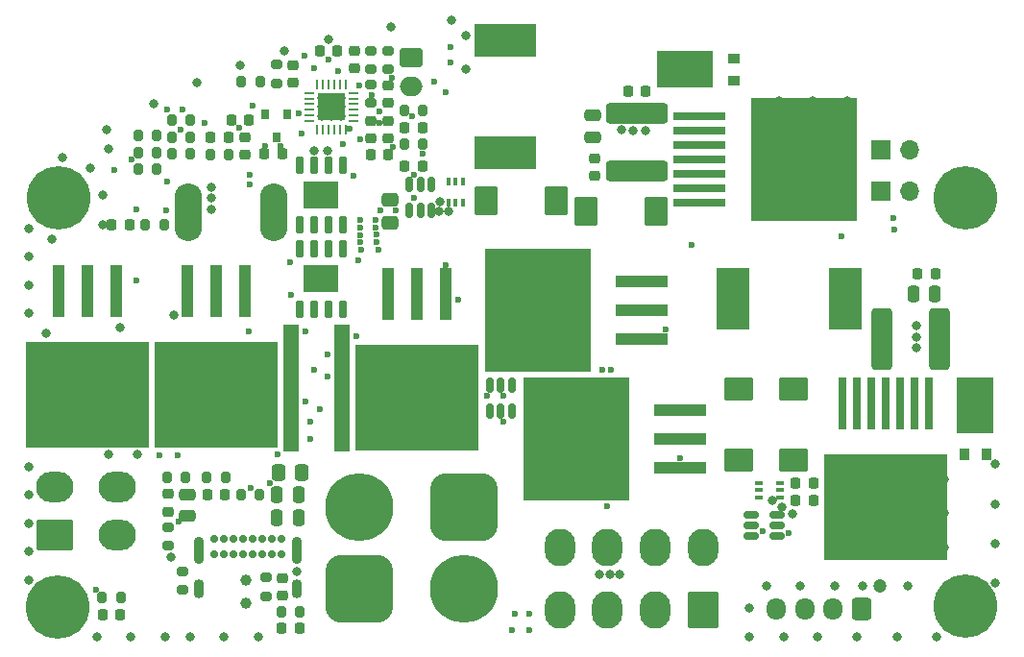
<source format=gbr>
%TF.GenerationSoftware,KiCad,Pcbnew,(6.0.1-0)*%
%TF.CreationDate,2022-08-02T01:26:45+01:00*%
%TF.ProjectId,powerboard_sc21_as25,706f7765-7262-46f6-9172-645f73633231,rev?*%
%TF.SameCoordinates,Original*%
%TF.FileFunction,Soldermask,Top*%
%TF.FilePolarity,Negative*%
%FSLAX46Y46*%
G04 Gerber Fmt 4.6, Leading zero omitted, Abs format (unit mm)*
G04 Created by KiCad (PCBNEW (6.0.1-0)) date 2022-08-02 01:26:45*
%MOMM*%
%LPD*%
G01*
G04 APERTURE LIST*
G04 Aperture macros list*
%AMRoundRect*
0 Rectangle with rounded corners*
0 $1 Rounding radius*
0 $2 $3 $4 $5 $6 $7 $8 $9 X,Y pos of 4 corners*
0 Add a 4 corners polygon primitive as box body*
4,1,4,$2,$3,$4,$5,$6,$7,$8,$9,$2,$3,0*
0 Add four circle primitives for the rounded corners*
1,1,$1+$1,$2,$3*
1,1,$1+$1,$4,$5*
1,1,$1+$1,$6,$7*
1,1,$1+$1,$8,$9*
0 Add four rect primitives between the rounded corners*
20,1,$1+$1,$2,$3,$4,$5,0*
20,1,$1+$1,$4,$5,$6,$7,0*
20,1,$1+$1,$6,$7,$8,$9,0*
20,1,$1+$1,$8,$9,$2,$3,0*%
G04 Aperture macros list end*
%ADD10RoundRect,0.200000X0.200000X0.275000X-0.200000X0.275000X-0.200000X-0.275000X0.200000X-0.275000X0*%
%ADD11RoundRect,0.225000X-0.225000X-0.250000X0.225000X-0.250000X0.225000X0.250000X-0.225000X0.250000X0*%
%ADD12R,5.400000X2.900000*%
%ADD13RoundRect,0.218750X-0.218750X-0.256250X0.218750X-0.256250X0.218750X0.256250X-0.218750X0.256250X0*%
%ADD14RoundRect,0.062500X0.325000X0.062500X-0.325000X0.062500X-0.325000X-0.062500X0.325000X-0.062500X0*%
%ADD15RoundRect,0.062500X0.062500X0.325000X-0.062500X0.325000X-0.062500X-0.325000X0.062500X-0.325000X0*%
%ADD16R,2.450000X2.450000*%
%ADD17RoundRect,1.500000X-1.500000X1.500000X-1.500000X-1.500000X1.500000X-1.500000X1.500000X1.500000X0*%
%ADD18C,6.000000*%
%ADD19RoundRect,0.225000X0.225000X0.250000X-0.225000X0.250000X-0.225000X-0.250000X0.225000X-0.250000X0*%
%ADD20RoundRect,0.250000X0.250000X0.475000X-0.250000X0.475000X-0.250000X-0.475000X0.250000X-0.475000X0*%
%ADD21RoundRect,0.150000X-0.150000X0.650000X-0.150000X-0.650000X0.150000X-0.650000X0.150000X0.650000X0*%
%ADD22R,3.100000X2.410000*%
%ADD23RoundRect,0.200000X-0.275000X0.200000X-0.275000X-0.200000X0.275000X-0.200000X0.275000X0.200000X0*%
%ADD24R,1.100000X4.600000*%
%ADD25R,10.800000X9.400000*%
%ADD26RoundRect,0.225000X0.250000X-0.225000X0.250000X0.225000X-0.250000X0.225000X-0.250000X-0.225000X0*%
%ADD27R,1.440000X11.220000*%
%ADD28RoundRect,0.250001X1.399999X-1.099999X1.399999X1.099999X-1.399999X1.099999X-1.399999X-1.099999X0*%
%ADD29O,3.300000X2.700000*%
%ADD30RoundRect,0.250000X-0.787500X-1.025000X0.787500X-1.025000X0.787500X1.025000X-0.787500X1.025000X0*%
%ADD31RoundRect,0.250000X-0.475000X0.250000X-0.475000X-0.250000X0.475000X-0.250000X0.475000X0.250000X0*%
%ADD32RoundRect,0.250001X1.099999X1.399999X-1.099999X1.399999X-1.099999X-1.399999X1.099999X-1.399999X0*%
%ADD33O,2.700000X3.300000*%
%ADD34C,1.000000*%
%ADD35R,0.950000X1.000000*%
%ADD36R,3.200000X4.900000*%
%ADD37RoundRect,0.225000X-0.250000X0.225000X-0.250000X-0.225000X0.250000X-0.225000X0.250000X0.225000X0*%
%ADD38RoundRect,0.200000X-0.200000X-0.275000X0.200000X-0.275000X0.200000X0.275000X-0.200000X0.275000X0*%
%ADD39C,5.600000*%
%ADD40R,0.650000X0.400000*%
%ADD41RoundRect,0.250000X-1.025000X0.787500X-1.025000X-0.787500X1.025000X-0.787500X1.025000X0.787500X0*%
%ADD42R,1.700000X1.700000*%
%ADD43O,1.700000X1.700000*%
%ADD44RoundRect,0.250000X0.650000X2.450000X-0.650000X2.450000X-0.650000X-2.450000X0.650000X-2.450000X0*%
%ADD45R,0.400000X0.650000*%
%ADD46C,1.200000*%
%ADD47RoundRect,0.250000X0.600000X0.725000X-0.600000X0.725000X-0.600000X-0.725000X0.600000X-0.725000X0*%
%ADD48O,1.700000X1.950000*%
%ADD49RoundRect,0.250000X-2.450000X0.650000X-2.450000X-0.650000X2.450000X-0.650000X2.450000X0.650000X0*%
%ADD50RoundRect,0.218750X0.256250X-0.218750X0.256250X0.218750X-0.256250X0.218750X-0.256250X-0.218750X0*%
%ADD51RoundRect,0.200000X0.275000X-0.200000X0.275000X0.200000X-0.275000X0.200000X-0.275000X-0.200000X0*%
%ADD52RoundRect,0.218750X-0.256250X0.218750X-0.256250X-0.218750X0.256250X-0.218750X0.256250X0.218750X0*%
%ADD53RoundRect,0.250000X0.337500X0.475000X-0.337500X0.475000X-0.337500X-0.475000X0.337500X-0.475000X0*%
%ADD54RoundRect,0.250000X0.475000X-0.337500X0.475000X0.337500X-0.475000X0.337500X-0.475000X-0.337500X0*%
%ADD55R,4.600000X0.800000*%
%ADD56R,9.400000X10.800000*%
%ADD57R,1.000000X0.950000*%
%ADD58R,4.900000X3.200000*%
%ADD59R,0.800000X4.600000*%
%ADD60RoundRect,0.150000X-0.512500X-0.150000X0.512500X-0.150000X0.512500X0.150000X-0.512500X0.150000X0*%
%ADD61RoundRect,1.210000X0.000000X-1.335000X0.000000X1.335000X0.000000X1.335000X0.000000X-1.335000X0*%
%ADD62RoundRect,1.500000X1.500000X-1.500000X1.500000X1.500000X-1.500000X1.500000X-1.500000X-1.500000X0*%
%ADD63R,4.600000X1.100000*%
%ADD64R,0.800000X0.900000*%
%ADD65RoundRect,0.150000X-0.150000X0.512500X-0.150000X-0.512500X0.150000X-0.512500X0.150000X0.512500X0*%
%ADD66R,2.900000X5.400000*%
%ADD67RoundRect,0.250000X-0.750000X0.600000X-0.750000X-0.600000X0.750000X-0.600000X0.750000X0.600000X0*%
%ADD68O,2.000000X1.700000*%
%ADD69C,0.700000*%
%ADD70O,0.900000X2.400000*%
%ADD71O,0.900000X1.700000*%
%ADD72C,0.800000*%
%ADD73C,0.600000*%
G04 APERTURE END LIST*
D10*
%TO.C,R22*%
X57585000Y-79080000D03*
X55935000Y-79080000D03*
%TD*%
D11*
%TO.C,C37*%
X127825000Y-50500000D03*
X129375000Y-50500000D03*
%TD*%
D12*
%TO.C,L3*%
X91500000Y-29900000D03*
X91500000Y-39800000D03*
%TD*%
D13*
%TO.C,PackLED1*%
X71762500Y-81780000D03*
X73337500Y-81780000D03*
%TD*%
D11*
%TO.C,CTTC1*%
X75125000Y-30900000D03*
X76675000Y-30900000D03*
%TD*%
D14*
%TO.C,IC1*%
X78147500Y-37060000D03*
X78147500Y-36560000D03*
X78147500Y-36060000D03*
X78147500Y-35560000D03*
X78147500Y-35060000D03*
X78147500Y-34560000D03*
D15*
X77410000Y-33822500D03*
X76910000Y-33822500D03*
X76410000Y-33822500D03*
X75910000Y-33822500D03*
X75410000Y-33822500D03*
X74910000Y-33822500D03*
D14*
X74172500Y-34560000D03*
X74172500Y-35060000D03*
X74172500Y-35560000D03*
X74172500Y-36060000D03*
X74172500Y-36560000D03*
X74172500Y-37060000D03*
D15*
X74910000Y-37797500D03*
X75410000Y-37797500D03*
X75910000Y-37797500D03*
X76410000Y-37797500D03*
X76910000Y-37797500D03*
X77410000Y-37797500D03*
D16*
X76160000Y-35810000D03*
%TD*%
D11*
%TO.C,C44*%
X117075000Y-69000000D03*
X118625000Y-69000000D03*
%TD*%
D17*
%TO.C,J6*%
X87850000Y-71100000D03*
D18*
X87850000Y-78300000D03*
%TD*%
D19*
%TO.C,C5*%
X68875000Y-37000000D03*
X67325000Y-37000000D03*
%TD*%
D20*
%TO.C,C43*%
X129350000Y-52300000D03*
X127450000Y-52300000D03*
%TD*%
D21*
%TO.C,Q4*%
X77155000Y-48310000D03*
X75885000Y-48310000D03*
X74615000Y-48310000D03*
X73345000Y-48310000D03*
X73345000Y-53610000D03*
X74615000Y-53610000D03*
X75885000Y-53610000D03*
X77155000Y-53610000D03*
D22*
X75250000Y-50960000D03*
%TD*%
D23*
%TO.C,R2*%
X71300000Y-32075000D03*
X71300000Y-33725000D03*
%TD*%
D24*
%TO.C,Q3*%
X81180000Y-52315000D03*
X83720000Y-52315000D03*
D25*
X83720000Y-61465000D03*
D24*
X86260000Y-52315000D03*
%TD*%
D26*
%TO.C,C33*%
X81150000Y-38575000D03*
X81150000Y-37025000D03*
%TD*%
D10*
%TO.C,RFast1*%
X60755000Y-38310000D03*
X59105000Y-38310000D03*
%TD*%
D11*
%TO.C,C7*%
X56800000Y-46200000D03*
X58350000Y-46200000D03*
%TD*%
D27*
%TO.C,RAC1*%
X72620000Y-60570000D03*
X77100000Y-60570000D03*
%TD*%
D11*
%TO.C,C6*%
X70275000Y-39925000D03*
X71825000Y-39925000D03*
%TD*%
D23*
%TO.C,R29*%
X61750000Y-72825000D03*
X61750000Y-74475000D03*
%TD*%
D28*
%TO.C,J5*%
X51750000Y-73525000D03*
D29*
X51750000Y-69325000D03*
X57250000Y-73525000D03*
X57250000Y-69325000D03*
%TD*%
D30*
%TO.C,C41*%
X89787500Y-44100000D03*
X96012500Y-44100000D03*
%TD*%
D31*
%TO.C,C42*%
X99150000Y-36550000D03*
X99150000Y-38450000D03*
%TD*%
D32*
%TO.C,J4*%
X108900000Y-80160000D03*
D33*
X104700000Y-80160000D03*
X100500000Y-80160000D03*
X96300000Y-80160000D03*
X108900000Y-74660000D03*
X104700000Y-74660000D03*
X100500000Y-74660000D03*
X96300000Y-74660000D03*
%TD*%
D34*
%TO.C,TP23*%
X68640000Y-77500000D03*
%TD*%
D35*
%TO.C,D5*%
X133870000Y-66450000D03*
X131930000Y-66450000D03*
D36*
X132900000Y-62100000D03*
%TD*%
D11*
%TO.C,C21*%
X79625000Y-40000000D03*
X81175000Y-40000000D03*
%TD*%
D37*
%TO.C,C4*%
X81150000Y-33875000D03*
X81150000Y-35425000D03*
%TD*%
%TO.C,C3*%
X79650000Y-37025000D03*
X79650000Y-38575000D03*
%TD*%
D38*
%TO.C,RSR1*%
X65475000Y-40000000D03*
X67125000Y-40000000D03*
%TD*%
D39*
%TO.C,H3*%
X52000000Y-79850000D03*
%TD*%
D40*
%TO.C,Q10*%
X113800000Y-68950000D03*
X113800000Y-69600000D03*
X113800000Y-70250000D03*
X115700000Y-70250000D03*
X115700000Y-69600000D03*
X115700000Y-68950000D03*
%TD*%
D10*
%TO.C,R5*%
X63745000Y-38470000D03*
X62095000Y-38470000D03*
%TD*%
D26*
%TO.C,C10*%
X68550000Y-40025000D03*
X68550000Y-38475000D03*
%TD*%
D39*
%TO.C,H4*%
X132075000Y-43800000D03*
%TD*%
D11*
%TO.C,C48*%
X117075000Y-70500000D03*
X118625000Y-70500000D03*
%TD*%
D41*
%TO.C,C40*%
X112100000Y-60687500D03*
X112100000Y-66912500D03*
%TD*%
D42*
%TO.C,J2*%
X124575000Y-43250000D03*
D43*
X127115000Y-43250000D03*
%TD*%
D38*
%TO.C,R32*%
X82575000Y-36100000D03*
X84225000Y-36100000D03*
%TD*%
D44*
%TO.C,C20*%
X129750000Y-56300000D03*
X124650000Y-56300000D03*
%TD*%
D19*
%TO.C,C11*%
X67075000Y-38500000D03*
X65525000Y-38500000D03*
%TD*%
D23*
%TO.C,R37*%
X70390000Y-77275000D03*
X70390000Y-78925000D03*
%TD*%
D45*
%TO.C,Q9*%
X87750000Y-42350000D03*
X87100000Y-42350000D03*
X86450000Y-42350000D03*
X86450000Y-44250000D03*
X87100000Y-44250000D03*
X87750000Y-44250000D03*
%TD*%
D46*
%TO.C,J10*%
X124490000Y-78025000D03*
D47*
X122890000Y-80025000D03*
D48*
X120390000Y-80025000D03*
X117890000Y-80025000D03*
X115390000Y-80025000D03*
%TD*%
D13*
%TO.C,D9*%
X55972500Y-80540000D03*
X57547500Y-80540000D03*
%TD*%
D49*
%TO.C,C19*%
X103100000Y-36350000D03*
X103100000Y-41450000D03*
%TD*%
D39*
%TO.C,H2*%
X132000000Y-79800000D03*
%TD*%
D19*
%TO.C,C14*%
X66775000Y-69950000D03*
X65225000Y-69950000D03*
%TD*%
D31*
%TO.C,C16*%
X63500000Y-69950000D03*
X63500000Y-71850000D03*
%TD*%
D10*
%TO.C,R3*%
X63745000Y-39950000D03*
X62095000Y-39950000D03*
%TD*%
D30*
%TO.C,C39*%
X98587500Y-45000000D03*
X104812500Y-45000000D03*
%TD*%
D10*
%TO.C,RAdp1*%
X60755000Y-41300000D03*
X59105000Y-41300000D03*
%TD*%
D50*
%TO.C,PowerLED1*%
X61750000Y-71487500D03*
X61750000Y-69912500D03*
%TD*%
D51*
%TO.C,R10*%
X81150000Y-32475000D03*
X81150000Y-30825000D03*
%TD*%
D20*
%TO.C,C12*%
X73250000Y-72000000D03*
X71350000Y-72000000D03*
%TD*%
D38*
%TO.C,R17*%
X59750000Y-46200000D03*
X61400000Y-46200000D03*
%TD*%
D10*
%TO.C,R15*%
X84225000Y-39100000D03*
X82575000Y-39100000D03*
%TD*%
D52*
%TO.C,D7*%
X71870000Y-77312500D03*
X71870000Y-78887500D03*
%TD*%
D53*
%TO.C,C9*%
X73537500Y-68000000D03*
X71462500Y-68000000D03*
%TD*%
D10*
%TO.C,R7*%
X63745000Y-37000000D03*
X62095000Y-37000000D03*
%TD*%
D54*
%TO.C,C8*%
X81300000Y-46037500D03*
X81300000Y-43962500D03*
%TD*%
D38*
%TO.C,R1*%
X68225000Y-33600000D03*
X69875000Y-33600000D03*
%TD*%
D55*
%TO.C,U6*%
X108625000Y-36590000D03*
X108625000Y-37860000D03*
X108625000Y-39130000D03*
X108625000Y-40400000D03*
D56*
X117775000Y-40400000D03*
D55*
X108625000Y-41670000D03*
X108625000Y-42940000D03*
X108625000Y-44210000D03*
%TD*%
D19*
%TO.C,C49*%
X84175000Y-41000000D03*
X82625000Y-41000000D03*
%TD*%
D10*
%TO.C,R20*%
X63325000Y-68450000D03*
X61675000Y-68450000D03*
%TD*%
D26*
%TO.C,C45*%
X99400000Y-41875000D03*
X99400000Y-40325000D03*
%TD*%
D10*
%TO.C,R14*%
X66825000Y-68450000D03*
X65175000Y-68450000D03*
%TD*%
D42*
%TO.C,J3*%
X124575000Y-39600000D03*
D43*
X127115000Y-39600000D03*
%TD*%
D26*
%TO.C,C1*%
X78150000Y-32425000D03*
X78150000Y-30875000D03*
%TD*%
D57*
%TO.C,D6*%
X111650000Y-31530000D03*
X111650000Y-33470000D03*
D58*
X107300000Y-32500000D03*
%TD*%
D51*
%TO.C,R36*%
X63050000Y-78375000D03*
X63050000Y-76725000D03*
%TD*%
D59*
%TO.C,U7*%
X128810000Y-61900000D03*
X127540000Y-61900000D03*
X126270000Y-61900000D03*
X125000000Y-61900000D03*
D25*
X125000000Y-71050000D03*
D59*
X123730000Y-61900000D03*
X122460000Y-61900000D03*
X121190000Y-61900000D03*
%TD*%
D60*
%TO.C,U8*%
X113162500Y-71750000D03*
X113162500Y-72700000D03*
X113162500Y-73650000D03*
X115437500Y-73650000D03*
X115437500Y-72700000D03*
X115437500Y-71750000D03*
%TD*%
D39*
%TO.C,H1*%
X52075000Y-43850000D03*
%TD*%
D11*
%TO.C,C36*%
X102325000Y-34400000D03*
X103875000Y-34400000D03*
%TD*%
D34*
%TO.C,TP24*%
X68610000Y-79560000D03*
%TD*%
D61*
%TO.C,L1*%
X63575000Y-45075000D03*
X71065000Y-45075000D03*
%TD*%
D62*
%TO.C,J7*%
X78600000Y-78300000D03*
D18*
X78600000Y-71100000D03*
%TD*%
D38*
%TO.C,R18*%
X68175000Y-69950000D03*
X69825000Y-69950000D03*
%TD*%
%TO.C,R28*%
X71725000Y-80320000D03*
X73375000Y-80320000D03*
%TD*%
D63*
%TO.C,Q8*%
X103525000Y-56290000D03*
D56*
X94375000Y-53750000D03*
D63*
X103525000Y-53750000D03*
X103525000Y-51210000D03*
%TD*%
D21*
%TO.C,Q5*%
X77135000Y-40910000D03*
X75865000Y-40910000D03*
X74595000Y-40910000D03*
X73325000Y-40910000D03*
X73325000Y-46210000D03*
X74595000Y-46210000D03*
X75865000Y-46210000D03*
X77135000Y-46210000D03*
D22*
X75230000Y-43560000D03*
%TD*%
D23*
%TO.C,R16*%
X79650000Y-30825000D03*
X79650000Y-32475000D03*
%TD*%
D20*
%TO.C,C13*%
X73250000Y-70000000D03*
X71350000Y-70000000D03*
%TD*%
D24*
%TO.C,Q2*%
X68515000Y-52000000D03*
D25*
X65975000Y-61150000D03*
D24*
X65975000Y-52000000D03*
X63435000Y-52000000D03*
%TD*%
D63*
%TO.C,Q7*%
X106925000Y-67640000D03*
D56*
X97775000Y-65100000D03*
D63*
X106925000Y-65100000D03*
X106925000Y-62560000D03*
%TD*%
D11*
%TO.C,C15*%
X82625000Y-37600000D03*
X84175000Y-37600000D03*
%TD*%
D24*
%TO.C,Q1*%
X57165000Y-52000000D03*
D25*
X54625000Y-61150000D03*
D24*
X54625000Y-52000000D03*
X52085000Y-52000000D03*
%TD*%
D41*
%TO.C,C38*%
X116900000Y-60687500D03*
X116900000Y-66912500D03*
%TD*%
D64*
%TO.C,D1*%
X70350000Y-36450000D03*
X71300000Y-38450000D03*
X72250000Y-36450000D03*
%TD*%
D65*
%TO.C,U9*%
X84950000Y-42662500D03*
X84000000Y-42662500D03*
X83050000Y-42662500D03*
X83050000Y-44937500D03*
X84000000Y-44937500D03*
X84950000Y-44937500D03*
%TD*%
%TO.C,U1*%
X92050000Y-60362500D03*
X91100000Y-60362500D03*
X90150000Y-60362500D03*
X90150000Y-62637500D03*
X91100000Y-62637500D03*
X92050000Y-62637500D03*
%TD*%
D10*
%TO.C,RPre1*%
X60755000Y-39800000D03*
X59105000Y-39800000D03*
%TD*%
D23*
%TO.C,R9*%
X79650000Y-33825000D03*
X79650000Y-35475000D03*
%TD*%
D66*
%TO.C,L4*%
X121450000Y-52700000D03*
X111550000Y-52700000D03*
%TD*%
D37*
%TO.C,Cff1*%
X72760000Y-32125000D03*
X72760000Y-33675000D03*
%TD*%
D67*
%TO.C,J1*%
X83200000Y-31500000D03*
D68*
X83200000Y-34000000D03*
%TD*%
D69*
%TO.C,J8*%
X71745000Y-73885000D03*
X70895000Y-73885000D03*
X70045000Y-73885000D03*
X69195000Y-73885000D03*
X68345000Y-73885000D03*
X67495000Y-73885000D03*
X66645000Y-73885000D03*
X65795000Y-73885000D03*
X65795000Y-75235000D03*
X66645000Y-75235000D03*
X67495000Y-75235000D03*
X68345000Y-75235000D03*
X69195000Y-75235000D03*
X70045000Y-75235000D03*
X70895000Y-75235000D03*
X71745000Y-75235000D03*
D70*
X73095000Y-74865000D03*
X64445000Y-74865000D03*
D71*
X73095000Y-78245000D03*
X64445000Y-78245000D03*
%TD*%
D72*
X58500000Y-82500000D03*
X74649500Y-39700000D03*
X117100000Y-44300000D03*
X134700000Y-67300000D03*
X49500000Y-72500000D03*
D73*
X80324980Y-48372129D03*
D72*
X120200000Y-71600000D03*
X117500000Y-78000000D03*
D73*
X70749501Y-68978269D03*
D72*
X121600000Y-35300000D03*
X127200000Y-70100000D03*
X126200000Y-74600000D03*
X126000000Y-82500000D03*
X122200000Y-74600000D03*
X120100000Y-36300000D03*
X118600000Y-35300000D03*
X61500000Y-82500000D03*
X120200000Y-74600000D03*
X75340000Y-34990000D03*
D73*
X61600000Y-44900000D03*
D72*
X121600000Y-39300000D03*
X49500000Y-46500000D03*
X134700000Y-70800000D03*
D73*
X83437701Y-41762299D03*
X59000000Y-51100000D03*
D72*
X117100000Y-36300000D03*
X76150000Y-34990000D03*
D73*
X78728000Y-46450000D03*
D72*
X122200000Y-71600000D03*
X118600000Y-45300000D03*
X118600000Y-41300000D03*
X125200000Y-67100000D03*
D73*
X58550000Y-40400000D03*
D72*
X75325000Y-36625000D03*
X116000000Y-82500000D03*
X88000000Y-29500000D03*
X76970000Y-36620000D03*
X49500000Y-70000000D03*
X126200000Y-68600000D03*
X114100000Y-42300000D03*
X127200000Y-67100000D03*
X120100000Y-44300000D03*
X76970000Y-34990000D03*
X115600000Y-41300000D03*
X129500000Y-82500000D03*
X115600000Y-39300000D03*
X128200000Y-71600000D03*
X123000000Y-78000000D03*
X134700000Y-74300000D03*
X121200000Y-70100000D03*
X76980000Y-35810000D03*
X115600000Y-37300000D03*
D73*
X80072000Y-45784588D03*
D72*
X49500000Y-75000000D03*
X118600000Y-39300000D03*
X49500000Y-67500000D03*
X129200000Y-73100000D03*
X49500000Y-77500000D03*
X113000000Y-80000000D03*
X127000000Y-78000000D03*
X52450000Y-40280000D03*
X49500000Y-49000000D03*
X115600000Y-43300000D03*
D73*
X81850980Y-44954361D03*
D72*
X123200000Y-67100000D03*
D73*
X80076793Y-46419012D03*
D72*
X120500000Y-78000000D03*
X129200000Y-70100000D03*
X63690000Y-82510000D03*
X121200000Y-67100000D03*
X130200000Y-68600000D03*
X125200000Y-73100000D03*
D73*
X62676405Y-72370102D03*
D72*
X68090000Y-32170000D03*
X86725000Y-28125000D03*
X72050000Y-30850000D03*
X69690000Y-82510000D03*
X121600000Y-41300000D03*
X114100000Y-44300000D03*
X125200000Y-70100000D03*
D73*
X91350000Y-61300000D03*
D72*
X88010000Y-32500000D03*
X130200000Y-74600000D03*
X122200000Y-68600000D03*
D73*
X100500000Y-71000000D03*
D72*
X124200000Y-68600000D03*
X120100000Y-42300000D03*
X115600000Y-45300000D03*
X129200000Y-67100000D03*
X60490000Y-35490000D03*
X114500000Y-78000000D03*
X121600000Y-43300000D03*
D73*
X78728000Y-45800000D03*
D72*
X75850000Y-39700000D03*
X117100000Y-40300000D03*
D73*
X81600000Y-39300000D03*
X68950000Y-42599503D03*
D72*
X118600000Y-37300000D03*
X128200000Y-68600000D03*
X115600000Y-35300000D03*
D73*
X114200000Y-73200000D03*
D72*
X124200000Y-71600000D03*
X54910000Y-41200000D03*
X66690000Y-82510000D03*
X119000000Y-82500000D03*
X76160000Y-36620000D03*
X123200000Y-70100000D03*
X121600000Y-45300000D03*
X127200000Y-73100000D03*
D73*
X78810054Y-48371789D03*
D72*
X117100000Y-38300000D03*
X123200000Y-73100000D03*
D73*
X100000000Y-59000000D03*
D72*
X56330000Y-37810000D03*
X73090000Y-76770000D03*
X130200000Y-71600000D03*
D73*
X61010023Y-66500980D03*
D72*
X51500000Y-47500000D03*
D73*
X80100000Y-47050000D03*
D72*
X134700000Y-77800000D03*
X120100000Y-40300000D03*
X126200000Y-71600000D03*
X62000000Y-75500000D03*
X121600000Y-37300000D03*
X120200000Y-68600000D03*
D73*
X58977376Y-44836593D03*
X68000000Y-37600000D03*
X81500000Y-33200000D03*
D72*
X114100000Y-38300000D03*
X49500000Y-54000000D03*
X124200000Y-74600000D03*
D73*
X125806043Y-46623197D03*
D72*
X121200000Y-73100000D03*
X122500000Y-82500000D03*
X114100000Y-36300000D03*
X49500000Y-51500000D03*
D73*
X61716646Y-42347604D03*
X78728000Y-47100000D03*
D72*
X55500000Y-82500000D03*
X120100000Y-38300000D03*
X75350000Y-35810000D03*
D73*
X78101608Y-41853786D03*
D72*
X56500000Y-39500000D03*
X117100000Y-42300000D03*
X64285410Y-33689992D03*
D73*
X78728000Y-47750000D03*
D72*
X55990000Y-46160000D03*
X75925000Y-29825000D03*
X118600000Y-43300000D03*
X51000000Y-55750000D03*
D73*
X80100000Y-47700000D03*
D72*
X128200000Y-74600000D03*
X81400000Y-28750000D03*
X114100000Y-40300000D03*
X56050000Y-43530000D03*
X113000000Y-82500000D03*
X76160000Y-35810000D03*
D73*
X73900511Y-61807928D03*
X86690000Y-31870000D03*
X73839502Y-55550000D03*
X86210000Y-34530000D03*
X61700000Y-36000000D03*
X79700000Y-34800000D03*
X74600000Y-32357013D03*
X70310847Y-39245909D03*
X73541589Y-38134020D03*
X71711412Y-39211411D03*
X77144172Y-39108006D03*
X57012299Y-41372299D03*
X77800000Y-37700000D03*
D72*
X59050000Y-66449502D03*
X62300000Y-54154500D03*
X57550000Y-55250000D03*
X56500000Y-66449502D03*
D73*
X84200000Y-39900000D03*
X86275738Y-49705919D03*
X55410000Y-78390000D03*
D72*
X85689746Y-44195878D03*
X85675000Y-45025000D03*
X100700000Y-77000000D03*
X115000000Y-70449989D03*
X101600000Y-77000000D03*
D73*
X87309502Y-52800000D03*
X78515270Y-49309385D03*
X68950000Y-41800000D03*
X71400000Y-66400000D03*
X100800000Y-59000000D03*
X80468026Y-44959030D03*
D72*
X86489976Y-45012359D03*
X115900000Y-71100000D03*
X99800000Y-77000000D03*
X116800000Y-71700000D03*
D73*
X62650000Y-66500980D03*
X125650000Y-45600000D03*
X78400000Y-56000000D03*
D72*
X97600000Y-48800000D03*
X96700000Y-48800000D03*
X102760000Y-37860000D03*
X95800000Y-48800000D03*
X127750000Y-55100000D03*
X101750000Y-37850000D03*
X127750000Y-57050000D03*
X103810000Y-37860000D03*
X127740000Y-56100000D03*
D73*
X72500000Y-49500000D03*
X86640000Y-30520000D03*
X107900000Y-48000000D03*
X121100000Y-47200000D03*
X68900000Y-55600000D03*
X85200000Y-33550000D03*
D72*
X65600000Y-42850000D03*
X65600000Y-44850000D03*
X65600000Y-43850000D03*
D73*
X89900000Y-61300000D03*
X83406439Y-43790820D03*
X116448755Y-73362685D03*
X76710020Y-32648946D03*
X75900000Y-31621594D03*
X78650000Y-33950000D03*
X75850000Y-57650000D03*
X74324539Y-63550000D03*
X74309561Y-65101981D03*
X75848031Y-59575388D03*
X73290817Y-36400500D03*
X65000000Y-37200000D03*
X78675500Y-38650000D03*
X83250000Y-36600000D03*
X69200000Y-35659500D03*
X62900000Y-37800000D03*
X69050000Y-69400000D03*
X75132891Y-62417109D03*
X74649020Y-58950000D03*
X80400000Y-36200000D03*
X73764380Y-31258023D03*
X63000000Y-36000000D03*
X92100000Y-81900000D03*
X93596265Y-81910043D03*
X93600000Y-80500000D03*
X92300000Y-80500000D03*
X72563060Y-52348600D03*
X80400000Y-37200000D03*
X106900000Y-66800000D03*
X105600000Y-55400000D03*
X91350000Y-63550000D03*
M02*

</source>
